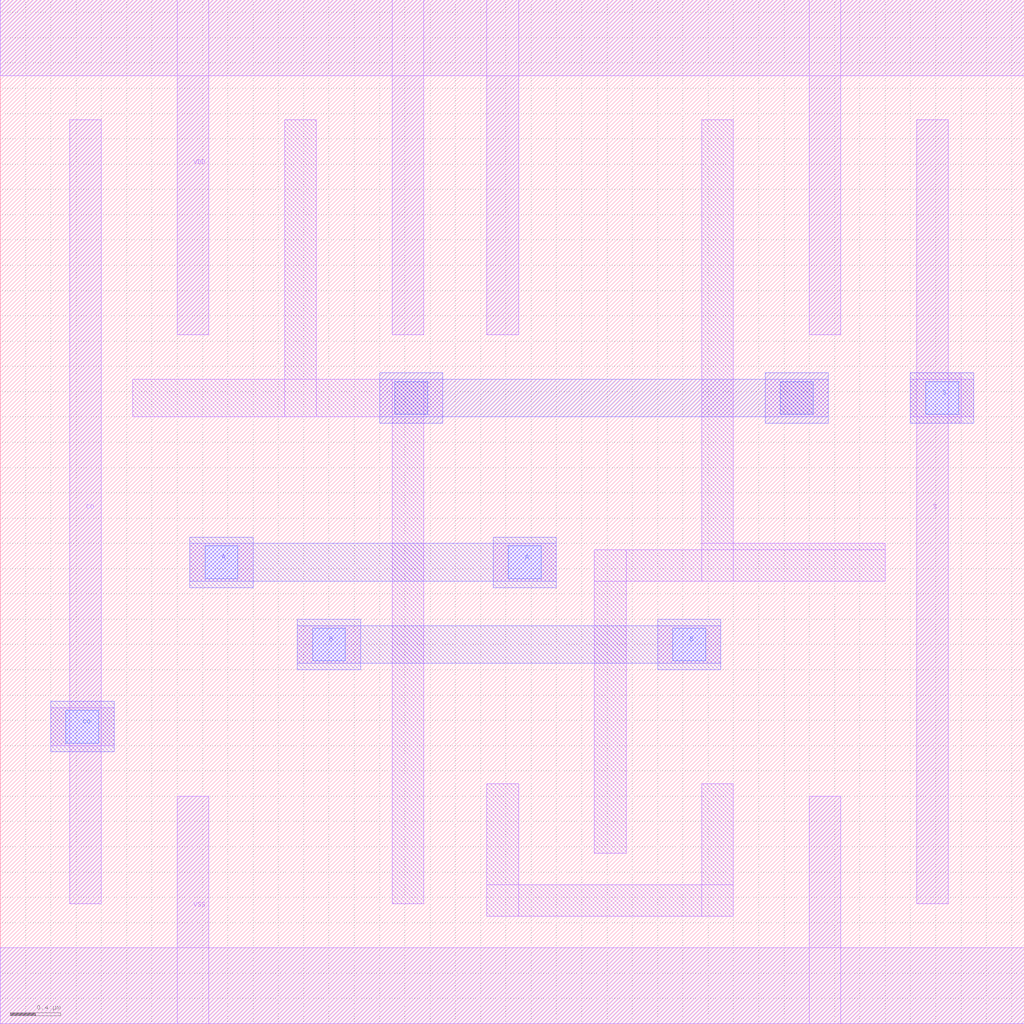
<source format=lef>
# Copyright 2022 Google LLC
# Licensed under the Apache License, Version 2.0 (the "License");
# you may not use this file except in compliance with the License.
# You may obtain a copy of the License at
#
#      http://www.apache.org/licenses/LICENSE-2.0
#
# Unless required by applicable law or agreed to in writing, software
# distributed under the License is distributed on an "AS IS" BASIS,
# WITHOUT WARRANTIES OR CONDITIONS OF ANY KIND, either express or implied.
# See the License for the specific language governing permissions and
# limitations under the License.
VERSION 5.7 ;
BUSBITCHARS "[]" ;
DIVIDERCHAR "/" ;

MACRO gf180mcu_osu_sc_gp12t3v3__addh_1
  CLASS CORE ;
  ORIGIN 0 0 ;
  FOREIGN gf180mcu_osu_sc_gp12t3v3__addh_1 0 0 ;
  SIZE 8.1 BY 8.1 ;
  SYMMETRY X Y ;
  SITE GF180_3p3_12t ;
  PIN VDD
    DIRECTION INOUT ;
    USE POWER ;
    SHAPE ABUTMENT ;
    PORT
      LAYER MET1 ;
        RECT 0 7.5 8.1 8.1 ;
        RECT 6.4 5.45 6.65 8.1 ;
        RECT 3.85 5.45 4.1 8.1 ;
        RECT 3.1 5.45 3.35 8.1 ;
        RECT 1.4 5.45 1.65 8.1 ;
    END
  END VDD
  PIN VSS
    DIRECTION INOUT ;
    USE GROUND ;
    PORT
      LAYER MET1 ;
        RECT 0 0 8.1 0.6 ;
        RECT 6.4 0 6.65 1.8 ;
        RECT 1.4 0 1.65 1.8 ;
    END
  END VSS
  PIN A
    DIRECTION INPUT ;
    USE SIGNAL ;
    PORT
      LAYER MET1 ;
        RECT 3.9 3.5 4.4 3.8 ;
        RECT 1.5 3.5 2 3.8 ;
      LAYER MET2 ;
        RECT 3.9 3.45 4.4 3.85 ;
        RECT 1.5 3.5 4.4 3.8 ;
        RECT 1.5 3.45 2 3.85 ;
      LAYER VIA12 ;
        RECT 1.62 3.52 1.88 3.78 ;
        RECT 4.02 3.52 4.28 3.78 ;
    END
  END A
  PIN B
    DIRECTION INPUT ;
    USE SIGNAL ;
    PORT
      LAYER MET1 ;
        RECT 5.2 2.85 5.7 3.15 ;
        RECT 2.35 2.85 2.85 3.15 ;
      LAYER MET2 ;
        RECT 5.2 2.8 5.7 3.2 ;
        RECT 2.35 2.85 5.7 3.15 ;
        RECT 2.35 2.8 2.85 3.2 ;
      LAYER VIA12 ;
        RECT 2.47 2.87 2.73 3.13 ;
        RECT 5.32 2.87 5.58 3.13 ;
    END
  END B
  PIN CO
    DIRECTION OUTPUT ;
    USE SIGNAL ;
    PORT
      LAYER MET1 ;
        RECT 0.4 2.2 0.9 2.5 ;
        RECT 0.55 0.95 0.8 7.15 ;
      LAYER MET2 ;
        RECT 0.4 2.15 0.9 2.55 ;
      LAYER VIA12 ;
        RECT 0.52 2.22 0.78 2.48 ;
    END
  END CO
  PIN S
    DIRECTION OUTPUT ;
    USE SIGNAL ;
    PORT
      LAYER MET1 ;
        RECT 7.2 4.8 7.7 5.1 ;
        RECT 7.25 4.75 7.6 5.15 ;
        RECT 7.25 0.95 7.5 7.15 ;
      LAYER MET2 ;
        RECT 7.2 4.75 7.7 5.15 ;
      LAYER VIA12 ;
        RECT 7.32 4.82 7.58 5.08 ;
    END
  END S
  OBS
    LAYER MET2 ;
      RECT 6.05 4.75 6.55 5.15 ;
      RECT 3 4.75 3.5 5.15 ;
      RECT 3 4.8 6.55 5.1 ;
    LAYER VIA12 ;
      RECT 6.17 4.82 6.43 5.08 ;
      RECT 3.12 4.82 3.38 5.08 ;
    LAYER MET1 ;
      RECT 5.55 3.5 5.8 7.15 ;
      RECT 5.55 3.5 7 3.8 ;
      RECT 4.7 3.5 7 3.75 ;
      RECT 4.7 1.35 4.95 3.75 ;
      RECT 5.55 0.85 5.8 1.9 ;
      RECT 3.85 0.85 4.1 1.9 ;
      RECT 3.85 0.85 5.8 1.1 ;
      RECT 2.25 4.8 2.5 7.15 ;
      RECT 1.05 4.8 3.5 5.1 ;
      RECT 3.1 0.95 3.35 5.1 ;
      RECT 6.05 4.8 6.55 5.1 ;
  END
END gf180mcu_osu_sc_gp12t3v3__addh_1

</source>
